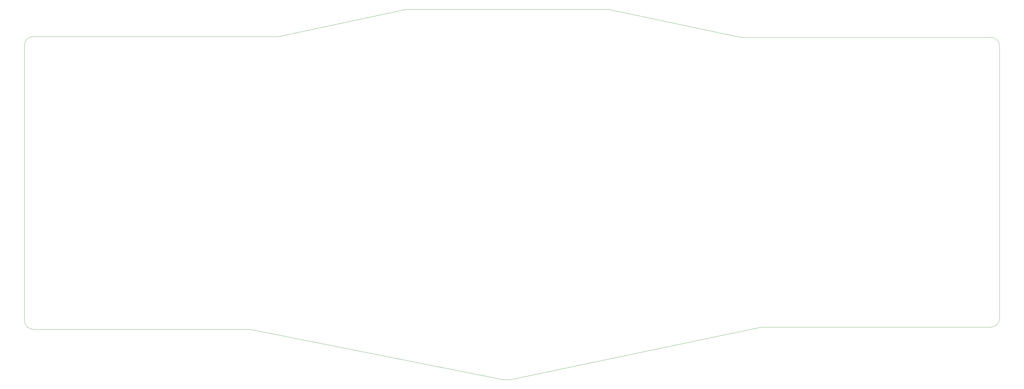
<source format=gbr>
%TF.GenerationSoftware,KiCad,Pcbnew,(5.1.7)-1*%
%TF.CreationDate,2021-01-21T21:16:41-08:00*%
%TF.ProjectId,sesame,73657361-6d65-42e6-9b69-6361645f7063,rev?*%
%TF.SameCoordinates,Original*%
%TF.FileFunction,Profile,NP*%
%FSLAX46Y46*%
G04 Gerber Fmt 4.6, Leading zero omitted, Abs format (unit mm)*
G04 Created by KiCad (PCBNEW (5.1.7)-1) date 2021-01-21 21:16:41*
%MOMM*%
%LPD*%
G01*
G04 APERTURE LIST*
%TA.AperFunction,Profile*%
%ADD10C,0.050000*%
%TD*%
G04 APERTURE END LIST*
D10*
X43688000Y-178562000D02*
G75*
G02*
X40640000Y-175514000I0J3048000D01*
G01*
X212136488Y-196378544D02*
G75*
G02*
X209804001Y-196341999I-1062488J6640544D01*
G01*
X385064000Y-174752000D02*
G75*
G02*
X382016000Y-177800000I-3048000J0D01*
G01*
X382016000Y-75438000D02*
G75*
G02*
X385064000Y-78486000I0J-3048000D01*
G01*
X293392751Y-75346994D02*
G75*
G03*
X294132000Y-75438000I739249J2956994D01*
G01*
X247435982Y-65639400D02*
G75*
G03*
X246634000Y-65532000I-801982J-2940600D01*
G01*
X174966018Y-65639400D02*
G75*
G02*
X175768000Y-65532000I801982J-2940600D01*
G01*
X130533249Y-75092994D02*
G75*
G02*
X129794000Y-75184000I-739249J2956994D01*
G01*
X40640000Y-78232000D02*
G75*
G02*
X43688000Y-75184000I3048000J0D01*
G01*
X130533249Y-75092994D02*
X174966018Y-65639400D01*
X43688000Y-75184000D02*
X129794000Y-75184000D01*
X40640000Y-175514000D02*
X40640000Y-78232000D01*
X120396000Y-178562000D02*
X43688000Y-178562000D01*
X209804001Y-196341999D02*
X120396000Y-178562000D01*
X300736000Y-177800000D02*
X212136488Y-196378544D01*
X382016000Y-177800000D02*
X300736000Y-177800000D01*
X385064000Y-78486000D02*
X385064000Y-174752000D01*
X294132000Y-75438000D02*
X382016000Y-75438000D01*
X247435982Y-65639400D02*
X293392751Y-75346994D01*
X175768000Y-65532000D02*
X246634000Y-65532000D01*
M02*

</source>
